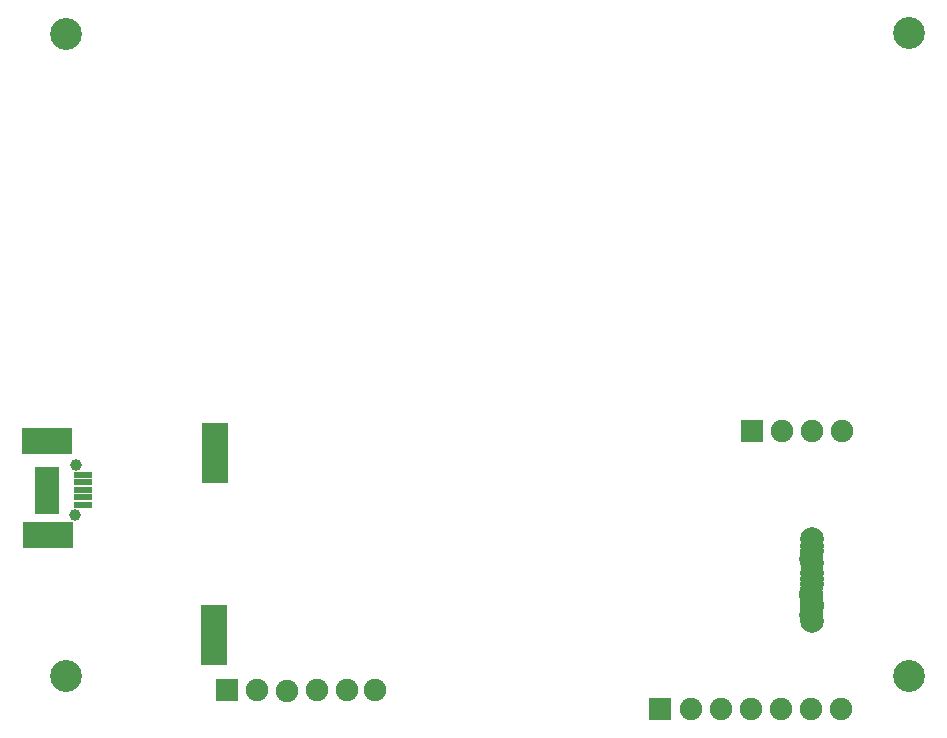
<source format=gbr>
G04 DipTrace 3.3.1.3*
G04 BottomMask.gbr*
%MOIN*%
G04 #@! TF.FileFunction,Soldermask,Bot*
G04 #@! TF.Part,Single*
%ADD53R,0.074803X0.074803*%
%ADD54C,0.074803*%
%ADD61C,0.106299*%
%ADD62C,0.07874*%
%ADD63C,0.03937*%
%ADD67R,0.061024X0.023622*%
%ADD73R,0.086614X0.204724*%
%ADD75C,0.082677*%
%ADD76R,0.082677X0.082677*%
%ADD99R,0.165354X0.086614*%
%FSLAX26Y26*%
G04*
G70*
G90*
G75*
G01*
G04 BotMask*
%LPD*%
D61*
X3375938Y612835D3*
X566161Y612088D3*
X566534Y2753264D3*
D99*
X504681Y1393635D3*
D62*
X3052806Y1068936D3*
X3052150Y1028647D3*
X3052675Y988358D3*
X3052937Y956337D3*
X3052806Y919592D3*
X3051756Y877203D3*
X3052675Y843083D3*
X3052281Y796101D3*
D53*
X2548272Y501539D3*
D54*
X2648488Y501064D3*
X2748488D3*
X2848488D3*
X2948488D3*
X3048488D3*
X3148488D3*
D61*
X3376210Y2754037D3*
D76*
X1066932Y1367993D3*
D75*
X1064887Y765896D3*
D73*
X1060121Y749945D3*
X1064626Y1353871D3*
D53*
X1104487Y564496D3*
D54*
X1204298Y563698D3*
X1304446Y563378D3*
X1404293Y564358D3*
X1504709Y564100D3*
X1596287Y564496D3*
D53*
X2852873Y1429038D3*
D54*
X2952622Y1428644D3*
X3052738Y1429072D3*
X3152600Y1429661D3*
D76*
X504681Y1267812D3*
D67*
X622224Y1182091D3*
Y1207681D3*
X624450Y1281808D3*
X622224Y1258862D3*
X622310Y1232786D3*
D99*
X505308Y1081895D3*
D76*
X504681Y1193320D3*
D63*
X596073Y1146997D3*
X601747Y1316585D3*
D62*
X3052009Y1045982D3*
X3051615Y1002412D3*
X3052009Y934696D3*
X3051484Y889945D3*
X3050172Y815142D3*
X3052272Y851231D3*
M02*

</source>
